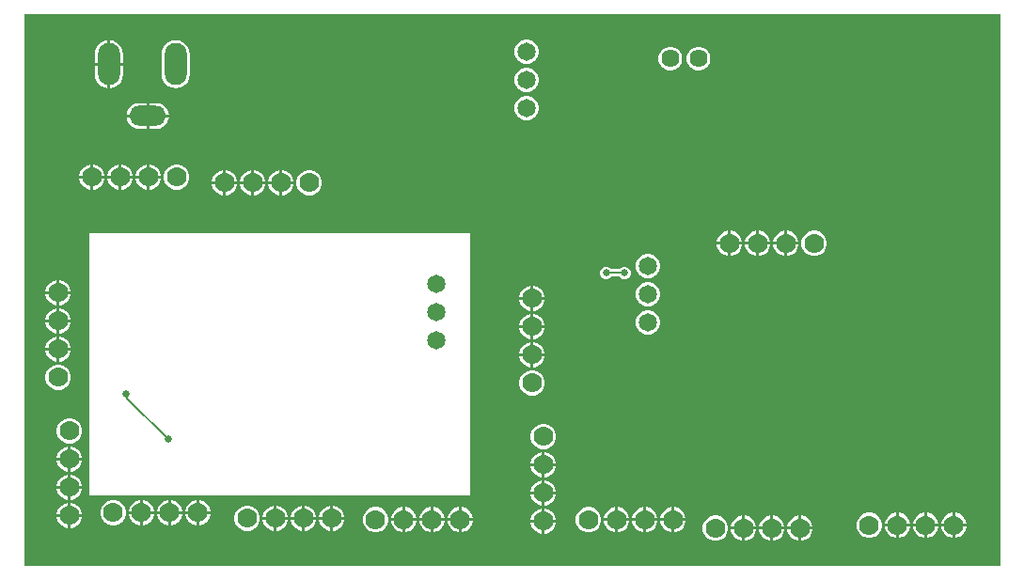
<source format=gbl>
G04*
G04 #@! TF.GenerationSoftware,Altium Limited,Altium Designer,23.8.1 (32)*
G04*
G04 Layer_Physical_Order=2*
G04 Layer_Color=16711680*
%FSLAX44Y44*%
%MOMM*%
G71*
G04*
G04 #@! TF.SameCoordinates,CBBC78E8-B8C5-4662-8ADF-5789773BA4AE*
G04*
G04*
G04 #@! TF.FilePolarity,Positive*
G04*
G01*
G75*
%ADD10C,0.1524*%
%ADD38C,1.7780*%
%ADD39C,1.6500*%
%ADD40C,1.6200*%
%ADD41O,2.0000X3.8000*%
%ADD42O,3.3000X1.8000*%
%ADD43C,0.6350*%
G36*
X883820Y5179D02*
X5179D01*
Y502821D01*
X883820D01*
Y5179D01*
D02*
G37*
%LPC*%
G36*
X82550Y478681D02*
Y458470D01*
X93928D01*
Y466200D01*
X93497Y469474D01*
X92234Y472524D01*
X90224Y475144D01*
X87604Y477154D01*
X84554Y478417D01*
X82550Y478681D01*
D02*
G37*
G36*
X80010D02*
X78006Y478417D01*
X74956Y477154D01*
X72336Y475144D01*
X70326Y472524D01*
X69063Y469474D01*
X68632Y466200D01*
Y458470D01*
X80010D01*
Y478681D01*
D02*
G37*
G36*
X458620Y479420D02*
X455779D01*
X453035Y478685D01*
X450575Y477264D01*
X448566Y475255D01*
X447145Y472795D01*
X446410Y470051D01*
Y467210D01*
X447145Y464465D01*
X448566Y462005D01*
X450575Y459996D01*
X453035Y458575D01*
X455779Y457840D01*
X458620D01*
X461365Y458575D01*
X463825Y459996D01*
X465834Y462005D01*
X467255Y464465D01*
X467990Y467210D01*
Y470051D01*
X467255Y472795D01*
X465834Y475255D01*
X463825Y477264D01*
X461365Y478685D01*
X458620Y479420D01*
D02*
G37*
G36*
X613541Y472920D02*
X610739D01*
X608033Y472195D01*
X605607Y470794D01*
X603626Y468813D01*
X602225Y466387D01*
X601500Y463681D01*
Y460879D01*
X602225Y458173D01*
X603626Y455747D01*
X605607Y453766D01*
X608033Y452365D01*
X610739Y451640D01*
X613541D01*
X616247Y452365D01*
X618673Y453766D01*
X620654Y455747D01*
X622055Y458173D01*
X622780Y460879D01*
Y463681D01*
X622055Y466387D01*
X620654Y468813D01*
X618673Y470794D01*
X616247Y472195D01*
X613541Y472920D01*
D02*
G37*
G36*
X588141D02*
X585339D01*
X582633Y472195D01*
X580207Y470794D01*
X578226Y468813D01*
X576825Y466387D01*
X576100Y463681D01*
Y460879D01*
X576825Y458173D01*
X578226Y455747D01*
X580207Y453766D01*
X582633Y452365D01*
X585339Y451640D01*
X588141D01*
X590847Y452365D01*
X593273Y453766D01*
X595254Y455747D01*
X596655Y458173D01*
X597380Y460879D01*
Y463681D01*
X596655Y466387D01*
X595254Y468813D01*
X593273Y470794D01*
X590847Y472195D01*
X588141Y472920D01*
D02*
G37*
G36*
X93928Y455930D02*
X82550D01*
Y435719D01*
X84554Y435983D01*
X87604Y437246D01*
X90224Y439256D01*
X92234Y441876D01*
X93497Y444926D01*
X93928Y448200D01*
Y455930D01*
D02*
G37*
G36*
X80010D02*
X68632D01*
Y448200D01*
X69063Y444926D01*
X70326Y441876D01*
X72336Y439256D01*
X74956Y437246D01*
X78006Y435983D01*
X80010Y435719D01*
Y455930D01*
D02*
G37*
G36*
X141280Y478848D02*
X138006Y478417D01*
X134956Y477154D01*
X132336Y475144D01*
X130326Y472524D01*
X129063Y469474D01*
X128632Y466200D01*
Y448200D01*
X129063Y444926D01*
X130326Y441876D01*
X132336Y439256D01*
X134956Y437246D01*
X138006Y435983D01*
X141280Y435552D01*
X144554Y435983D01*
X147604Y437246D01*
X150224Y439256D01*
X152234Y441876D01*
X153497Y444926D01*
X153928Y448200D01*
Y466200D01*
X153497Y469474D01*
X152234Y472524D01*
X150224Y475144D01*
X147604Y477154D01*
X144554Y478417D01*
X141280Y478848D01*
D02*
G37*
G36*
X458620Y454020D02*
X455779D01*
X453035Y453285D01*
X450575Y451864D01*
X448566Y449855D01*
X447145Y447395D01*
X446410Y444650D01*
Y441810D01*
X447145Y439065D01*
X448566Y436605D01*
X450575Y434596D01*
X453035Y433175D01*
X455779Y432440D01*
X458620D01*
X461365Y433175D01*
X463825Y434596D01*
X465834Y436605D01*
X467255Y439065D01*
X467990Y441810D01*
Y444650D01*
X467255Y447395D01*
X465834Y449855D01*
X463825Y451864D01*
X461365Y453285D01*
X458620Y454020D01*
D02*
G37*
G36*
X123780Y422340D02*
X117550D01*
Y411970D01*
X135252D01*
X135023Y413713D01*
X133860Y416520D01*
X132010Y418930D01*
X129600Y420780D01*
X126793Y421943D01*
X123780Y422340D01*
D02*
G37*
G36*
X115010D02*
X108780D01*
X105767Y421943D01*
X102960Y420780D01*
X100550Y418930D01*
X98700Y416520D01*
X97537Y413713D01*
X97308Y411970D01*
X115010D01*
Y422340D01*
D02*
G37*
G36*
X458620Y428620D02*
X455779D01*
X453035Y427885D01*
X450575Y426464D01*
X448566Y424455D01*
X447145Y421995D01*
X446410Y419250D01*
Y416409D01*
X447145Y413665D01*
X448566Y411205D01*
X450575Y409196D01*
X453035Y407775D01*
X455779Y407040D01*
X458620D01*
X461365Y407775D01*
X463825Y409196D01*
X465834Y411205D01*
X467255Y413665D01*
X467990Y416409D01*
Y419250D01*
X467255Y421995D01*
X465834Y424455D01*
X463825Y426464D01*
X461365Y427885D01*
X458620Y428620D01*
D02*
G37*
G36*
X135252Y409430D02*
X117550D01*
Y399060D01*
X123780D01*
X126793Y399457D01*
X129600Y400620D01*
X132010Y402470D01*
X133860Y404880D01*
X135023Y407687D01*
X135252Y409430D01*
D02*
G37*
G36*
X115010D02*
X97308D01*
X97537Y407687D01*
X98700Y404880D01*
X100550Y402470D01*
X102960Y400620D01*
X105767Y399457D01*
X108780Y399060D01*
X115010D01*
Y409430D01*
D02*
G37*
G36*
X92945Y367030D02*
X92710D01*
Y356870D01*
X102870D01*
Y357105D01*
X102091Y360012D01*
X100586Y362618D01*
X98458Y364746D01*
X95852Y366251D01*
X92945Y367030D01*
D02*
G37*
G36*
X118345D02*
X118110D01*
Y356870D01*
X128270D01*
Y357105D01*
X127491Y360012D01*
X125986Y362618D01*
X123858Y364746D01*
X121252Y366251D01*
X118345Y367030D01*
D02*
G37*
G36*
X67545D02*
X67310D01*
Y356870D01*
X77470D01*
Y357105D01*
X76691Y360012D01*
X75186Y362618D01*
X73058Y364746D01*
X70452Y366251D01*
X67545Y367030D01*
D02*
G37*
G36*
X90170D02*
X89935D01*
X87028Y366251D01*
X84422Y364746D01*
X82294Y362618D01*
X80789Y360012D01*
X80010Y357105D01*
Y356870D01*
X90170D01*
Y367030D01*
D02*
G37*
G36*
X115570D02*
X115335D01*
X112428Y366251D01*
X109822Y364746D01*
X107694Y362618D01*
X106189Y360012D01*
X105410Y357105D01*
Y356870D01*
X115570D01*
Y367030D01*
D02*
G37*
G36*
X64770D02*
X64535D01*
X61628Y366251D01*
X59022Y364746D01*
X56894Y362618D01*
X55389Y360012D01*
X54610Y357105D01*
Y356870D01*
X64770D01*
Y367030D01*
D02*
G37*
G36*
X186925Y361950D02*
X186690D01*
Y351790D01*
X196850D01*
Y352025D01*
X196071Y354932D01*
X194566Y357538D01*
X192438Y359666D01*
X189832Y361171D01*
X186925Y361950D01*
D02*
G37*
G36*
X212325D02*
X212090D01*
Y351790D01*
X222250D01*
Y352025D01*
X221471Y354932D01*
X219966Y357538D01*
X217838Y359666D01*
X215232Y361171D01*
X212325Y361950D01*
D02*
G37*
G36*
X237725D02*
X237490D01*
Y351790D01*
X247650D01*
Y352025D01*
X246871Y354932D01*
X245366Y357538D01*
X243238Y359666D01*
X240632Y361171D01*
X237725Y361950D01*
D02*
G37*
G36*
X184150D02*
X183915D01*
X181008Y361171D01*
X178402Y359666D01*
X176274Y357538D01*
X174769Y354932D01*
X173990Y352025D01*
Y351790D01*
X184150D01*
Y361950D01*
D02*
G37*
G36*
X209550D02*
X209315D01*
X206408Y361171D01*
X203802Y359666D01*
X201674Y357538D01*
X200169Y354932D01*
X199390Y352025D01*
Y351790D01*
X209550D01*
Y361950D01*
D02*
G37*
G36*
X234950D02*
X234715D01*
X231808Y361171D01*
X229202Y359666D01*
X227074Y357538D01*
X225569Y354932D01*
X224790Y352025D01*
Y351790D01*
X234950D01*
Y361950D01*
D02*
G37*
G36*
X143745Y367030D02*
X140735D01*
X137828Y366251D01*
X135222Y364746D01*
X133094Y362618D01*
X131589Y360012D01*
X130810Y357105D01*
Y354095D01*
X131589Y351188D01*
X133094Y348582D01*
X135222Y346454D01*
X137828Y344949D01*
X140735Y344170D01*
X143745D01*
X146652Y344949D01*
X149258Y346454D01*
X151386Y348582D01*
X152891Y351188D01*
X153670Y354095D01*
Y357105D01*
X152891Y360012D01*
X151386Y362618D01*
X149258Y364746D01*
X146652Y366251D01*
X143745Y367030D01*
D02*
G37*
G36*
X128270Y354330D02*
X118110D01*
Y344170D01*
X118345D01*
X121252Y344949D01*
X123858Y346454D01*
X125986Y348582D01*
X127491Y351188D01*
X128270Y354095D01*
Y354330D01*
D02*
G37*
G36*
X115570D02*
X105410D01*
Y354095D01*
X106189Y351188D01*
X107694Y348582D01*
X109822Y346454D01*
X112428Y344949D01*
X115335Y344170D01*
X115570D01*
Y354330D01*
D02*
G37*
G36*
X102870D02*
X92710D01*
Y344170D01*
X92945D01*
X95852Y344949D01*
X98458Y346454D01*
X100586Y348582D01*
X102091Y351188D01*
X102870Y354095D01*
Y354330D01*
D02*
G37*
G36*
X90170D02*
X80010D01*
Y354095D01*
X80789Y351188D01*
X82294Y348582D01*
X84422Y346454D01*
X87028Y344949D01*
X89935Y344170D01*
X90170D01*
Y354330D01*
D02*
G37*
G36*
X77470D02*
X67310D01*
Y344170D01*
X67545D01*
X70452Y344949D01*
X73058Y346454D01*
X75186Y348582D01*
X76691Y351188D01*
X77470Y354095D01*
Y354330D01*
D02*
G37*
G36*
X64770D02*
X54610D01*
Y354095D01*
X55389Y351188D01*
X56894Y348582D01*
X59022Y346454D01*
X61628Y344949D01*
X64535Y344170D01*
X64770D01*
Y354330D01*
D02*
G37*
G36*
X263125Y361950D02*
X260115D01*
X257208Y361171D01*
X254602Y359666D01*
X252474Y357538D01*
X250969Y354932D01*
X250190Y352025D01*
Y349015D01*
X250969Y346108D01*
X252474Y343502D01*
X254602Y341374D01*
X257208Y339869D01*
X260115Y339090D01*
X263125D01*
X266032Y339869D01*
X268638Y341374D01*
X270766Y343502D01*
X272271Y346108D01*
X273050Y349015D01*
Y352025D01*
X272271Y354932D01*
X270766Y357538D01*
X268638Y359666D01*
X266032Y361171D01*
X263125Y361950D01*
D02*
G37*
G36*
X247650Y349250D02*
X237490D01*
Y339090D01*
X237725D01*
X240632Y339869D01*
X243238Y341374D01*
X245366Y343502D01*
X246871Y346108D01*
X247650Y349015D01*
Y349250D01*
D02*
G37*
G36*
X234950D02*
X224790D01*
Y349015D01*
X225569Y346108D01*
X227074Y343502D01*
X229202Y341374D01*
X231808Y339869D01*
X234715Y339090D01*
X234950D01*
Y349250D01*
D02*
G37*
G36*
X222250D02*
X212090D01*
Y339090D01*
X212325D01*
X215232Y339869D01*
X217838Y341374D01*
X219966Y343502D01*
X221471Y346108D01*
X222250Y349015D01*
Y349250D01*
D02*
G37*
G36*
X209550D02*
X199390D01*
Y349015D01*
X200169Y346108D01*
X201674Y343502D01*
X203802Y341374D01*
X206408Y339869D01*
X209315Y339090D01*
X209550D01*
Y349250D01*
D02*
G37*
G36*
X196850D02*
X186690D01*
Y339090D01*
X186925D01*
X189832Y339869D01*
X192438Y341374D01*
X194566Y343502D01*
X196071Y346108D01*
X196850Y349015D01*
Y349250D01*
D02*
G37*
G36*
X184150D02*
X173990D01*
Y349015D01*
X174769Y346108D01*
X176274Y343502D01*
X178402Y341374D01*
X181008Y339869D01*
X183915Y339090D01*
X184150D01*
Y349250D01*
D02*
G37*
G36*
X666985Y307340D02*
X666750D01*
Y297180D01*
X676910D01*
Y297415D01*
X676131Y300322D01*
X674626Y302928D01*
X672498Y305056D01*
X669892Y306561D01*
X666985Y307340D01*
D02*
G37*
G36*
X692385D02*
X692150D01*
Y297180D01*
X702310D01*
Y297415D01*
X701531Y300322D01*
X700026Y302928D01*
X697898Y305056D01*
X695292Y306561D01*
X692385Y307340D01*
D02*
G37*
G36*
X641585D02*
X641350D01*
Y297180D01*
X651510D01*
Y297415D01*
X650731Y300322D01*
X649226Y302928D01*
X647098Y305056D01*
X644492Y306561D01*
X641585Y307340D01*
D02*
G37*
G36*
X664210D02*
X663975D01*
X661068Y306561D01*
X658462Y305056D01*
X656334Y302928D01*
X654829Y300322D01*
X654050Y297415D01*
Y297180D01*
X664210D01*
Y307340D01*
D02*
G37*
G36*
X689610D02*
X689375D01*
X686468Y306561D01*
X683862Y305056D01*
X681734Y302928D01*
X680229Y300322D01*
X679450Y297415D01*
Y297180D01*
X689610D01*
Y307340D01*
D02*
G37*
G36*
X638810D02*
X638575D01*
X635668Y306561D01*
X633062Y305056D01*
X630934Y302928D01*
X629429Y300322D01*
X628650Y297415D01*
Y297180D01*
X638810D01*
Y307340D01*
D02*
G37*
G36*
X717785D02*
X714775D01*
X711868Y306561D01*
X709262Y305056D01*
X707134Y302928D01*
X705629Y300322D01*
X704850Y297415D01*
Y294405D01*
X705629Y291498D01*
X707134Y288892D01*
X709262Y286764D01*
X711868Y285259D01*
X714775Y284480D01*
X717785D01*
X720692Y285259D01*
X723298Y286764D01*
X725426Y288892D01*
X726931Y291498D01*
X727710Y294405D01*
Y297415D01*
X726931Y300322D01*
X725426Y302928D01*
X723298Y305056D01*
X720692Y306561D01*
X717785Y307340D01*
D02*
G37*
G36*
X702310Y294640D02*
X692150D01*
Y284480D01*
X692385D01*
X695292Y285259D01*
X697898Y286764D01*
X700026Y288892D01*
X701531Y291498D01*
X702310Y294405D01*
Y294640D01*
D02*
G37*
G36*
X689610D02*
X679450D01*
Y294405D01*
X680229Y291498D01*
X681734Y288892D01*
X683862Y286764D01*
X686468Y285259D01*
X689375Y284480D01*
X689610D01*
Y294640D01*
D02*
G37*
G36*
X676910D02*
X666750D01*
Y284480D01*
X666985D01*
X669892Y285259D01*
X672498Y286764D01*
X674626Y288892D01*
X676131Y291498D01*
X676910Y294405D01*
Y294640D01*
D02*
G37*
G36*
X664210D02*
X654050D01*
Y294405D01*
X654829Y291498D01*
X656334Y288892D01*
X658462Y286764D01*
X661068Y285259D01*
X663975Y284480D01*
X664210D01*
Y294640D01*
D02*
G37*
G36*
X651510D02*
X641350D01*
Y284480D01*
X641585D01*
X644492Y285259D01*
X647098Y286764D01*
X649226Y288892D01*
X650731Y291498D01*
X651510Y294405D01*
Y294640D01*
D02*
G37*
G36*
X638810D02*
X628650D01*
Y294405D01*
X629429Y291498D01*
X630934Y288892D01*
X633062Y286764D01*
X635668Y285259D01*
X638575Y284480D01*
X638810D01*
Y294640D01*
D02*
G37*
G36*
X546602Y274955D02*
X544328D01*
X542228Y274085D01*
X540750Y272607D01*
X533671D01*
X532192Y274085D01*
X530092Y274955D01*
X527818D01*
X525718Y274085D01*
X524110Y272477D01*
X523240Y270377D01*
Y268103D01*
X524110Y266003D01*
X525718Y264395D01*
X527818Y263525D01*
X530092D01*
X532192Y264395D01*
X533671Y265873D01*
X540750D01*
X542228Y264395D01*
X544328Y263525D01*
X546602D01*
X548702Y264395D01*
X550310Y266003D01*
X551180Y268103D01*
Y270377D01*
X550310Y272477D01*
X548702Y274085D01*
X546602Y274955D01*
D02*
G37*
G36*
X567840Y286380D02*
X565000D01*
X562255Y285645D01*
X559795Y284224D01*
X557786Y282215D01*
X556365Y279755D01*
X555630Y277010D01*
Y274170D01*
X556365Y271425D01*
X557786Y268965D01*
X559795Y266956D01*
X562255Y265535D01*
X565000Y264800D01*
X567840D01*
X570585Y265535D01*
X573045Y266956D01*
X575054Y268965D01*
X576475Y271425D01*
X577210Y274170D01*
Y277010D01*
X576475Y279755D01*
X575054Y282215D01*
X573045Y284224D01*
X570585Y285645D01*
X567840Y286380D01*
D02*
G37*
G36*
X37065Y262890D02*
X36830D01*
Y252730D01*
X46990D01*
Y252965D01*
X46211Y255872D01*
X44706Y258478D01*
X42578Y260606D01*
X39972Y262111D01*
X37065Y262890D01*
D02*
G37*
G36*
X34290D02*
X34055D01*
X31148Y262111D01*
X28542Y260606D01*
X26414Y258478D01*
X24909Y255872D01*
X24130Y252965D01*
Y252730D01*
X34290D01*
Y262890D01*
D02*
G37*
G36*
X463785Y257810D02*
X463550D01*
Y247650D01*
X473710D01*
Y247885D01*
X472931Y250792D01*
X471426Y253398D01*
X469298Y255526D01*
X466692Y257031D01*
X463785Y257810D01*
D02*
G37*
G36*
X461010D02*
X460775D01*
X457868Y257031D01*
X455262Y255526D01*
X453134Y253398D01*
X451629Y250792D01*
X450850Y247885D01*
Y247650D01*
X461010D01*
Y257810D01*
D02*
G37*
G36*
X46990Y250190D02*
X36830D01*
Y240030D01*
X37065D01*
X39972Y240809D01*
X42578Y242314D01*
X44706Y244442D01*
X46211Y247048D01*
X46990Y249955D01*
Y250190D01*
D02*
G37*
G36*
X34290D02*
X24130D01*
Y249955D01*
X24909Y247048D01*
X26414Y244442D01*
X28542Y242314D01*
X31148Y240809D01*
X34055Y240030D01*
X34290D01*
Y250190D01*
D02*
G37*
G36*
X567840Y260980D02*
X565000D01*
X562255Y260245D01*
X559795Y258824D01*
X557786Y256815D01*
X556365Y254355D01*
X555630Y251611D01*
Y248769D01*
X556365Y246025D01*
X557786Y243565D01*
X559795Y241556D01*
X562255Y240135D01*
X565000Y239400D01*
X567840D01*
X570585Y240135D01*
X573045Y241556D01*
X575054Y243565D01*
X576475Y246025D01*
X577210Y248769D01*
Y251611D01*
X576475Y254355D01*
X575054Y256815D01*
X573045Y258824D01*
X570585Y260245D01*
X567840Y260980D01*
D02*
G37*
G36*
X473710Y245110D02*
X463550D01*
Y234950D01*
X463785D01*
X466692Y235729D01*
X469298Y237234D01*
X471426Y239362D01*
X472931Y241968D01*
X473710Y244875D01*
Y245110D01*
D02*
G37*
G36*
X461010D02*
X450850D01*
Y244875D01*
X451629Y241968D01*
X453134Y239362D01*
X455262Y237234D01*
X457868Y235729D01*
X460775Y234950D01*
X461010D01*
Y245110D01*
D02*
G37*
G36*
X37065Y237490D02*
X36830D01*
Y227330D01*
X46990D01*
Y227565D01*
X46211Y230472D01*
X44706Y233078D01*
X42578Y235206D01*
X39972Y236711D01*
X37065Y237490D01*
D02*
G37*
G36*
X34290D02*
X34055D01*
X31148Y236711D01*
X28542Y235206D01*
X26414Y233078D01*
X24909Y230472D01*
X24130Y227565D01*
Y227330D01*
X34290D01*
Y237490D01*
D02*
G37*
G36*
X463785Y232410D02*
X463550D01*
Y222250D01*
X473710D01*
Y222485D01*
X472931Y225392D01*
X471426Y227998D01*
X469298Y230126D01*
X466692Y231631D01*
X463785Y232410D01*
D02*
G37*
G36*
X461010D02*
X460775D01*
X457868Y231631D01*
X455262Y230126D01*
X453134Y227998D01*
X451629Y225392D01*
X450850Y222485D01*
Y222250D01*
X461010D01*
Y232410D01*
D02*
G37*
G36*
X46990Y224790D02*
X36830D01*
Y214630D01*
X37065D01*
X39972Y215409D01*
X42578Y216914D01*
X44706Y219042D01*
X46211Y221648D01*
X46990Y224555D01*
Y224790D01*
D02*
G37*
G36*
X34290D02*
X24130D01*
Y224555D01*
X24909Y221648D01*
X26414Y219042D01*
X28542Y216914D01*
X31148Y215409D01*
X34055Y214630D01*
X34290D01*
Y224790D01*
D02*
G37*
G36*
X567840Y235580D02*
X565000D01*
X562255Y234845D01*
X559795Y233424D01*
X557786Y231415D01*
X556365Y228955D01*
X555630Y226210D01*
Y223370D01*
X556365Y220625D01*
X557786Y218165D01*
X559795Y216156D01*
X562255Y214735D01*
X565000Y214000D01*
X567840D01*
X570585Y214735D01*
X573045Y216156D01*
X575054Y218165D01*
X576475Y220625D01*
X577210Y223370D01*
Y226210D01*
X576475Y228955D01*
X575054Y231415D01*
X573045Y233424D01*
X570585Y234845D01*
X567840Y235580D01*
D02*
G37*
G36*
X473710Y219710D02*
X463550D01*
Y209550D01*
X463785D01*
X466692Y210329D01*
X469298Y211834D01*
X471426Y213962D01*
X472931Y216568D01*
X473710Y219475D01*
Y219710D01*
D02*
G37*
G36*
X461010D02*
X450850D01*
Y219475D01*
X451629Y216568D01*
X453134Y213962D01*
X455262Y211834D01*
X457868Y210329D01*
X460775Y209550D01*
X461010D01*
Y219710D01*
D02*
G37*
G36*
X37065Y212090D02*
X36830D01*
Y201930D01*
X46990D01*
Y202165D01*
X46211Y205072D01*
X44706Y207678D01*
X42578Y209806D01*
X39972Y211311D01*
X37065Y212090D01*
D02*
G37*
G36*
X34290D02*
X34055D01*
X31148Y211311D01*
X28542Y209806D01*
X26414Y207678D01*
X24909Y205072D01*
X24130Y202165D01*
Y201930D01*
X34290D01*
Y212090D01*
D02*
G37*
G36*
X463785Y207010D02*
X463550D01*
Y196850D01*
X473710D01*
Y197085D01*
X472931Y199992D01*
X471426Y202598D01*
X469298Y204726D01*
X466692Y206231D01*
X463785Y207010D01*
D02*
G37*
G36*
X461010D02*
X460775D01*
X457868Y206231D01*
X455262Y204726D01*
X453134Y202598D01*
X451629Y199992D01*
X450850Y197085D01*
Y196850D01*
X461010D01*
Y207010D01*
D02*
G37*
G36*
X46990Y199390D02*
X36830D01*
Y189230D01*
X37065D01*
X39972Y190009D01*
X42578Y191514D01*
X44706Y193642D01*
X46211Y196248D01*
X46990Y199155D01*
Y199390D01*
D02*
G37*
G36*
X34290D02*
X24130D01*
Y199155D01*
X24909Y196248D01*
X26414Y193642D01*
X28542Y191514D01*
X31148Y190009D01*
X34055Y189230D01*
X34290D01*
Y199390D01*
D02*
G37*
G36*
X473710Y194310D02*
X463550D01*
Y184150D01*
X463785D01*
X466692Y184929D01*
X469298Y186434D01*
X471426Y188562D01*
X472931Y191168D01*
X473710Y194075D01*
Y194310D01*
D02*
G37*
G36*
X461010D02*
X450850D01*
Y194075D01*
X451629Y191168D01*
X453134Y188562D01*
X455262Y186434D01*
X457868Y184929D01*
X460775Y184150D01*
X461010D01*
Y194310D01*
D02*
G37*
G36*
X37065Y186690D02*
X34055D01*
X31148Y185911D01*
X28542Y184406D01*
X26414Y182278D01*
X24909Y179672D01*
X24130Y176765D01*
Y173755D01*
X24909Y170848D01*
X26414Y168242D01*
X28542Y166114D01*
X31148Y164609D01*
X34055Y163830D01*
X37065D01*
X39972Y164609D01*
X42578Y166114D01*
X44706Y168242D01*
X46211Y170848D01*
X46990Y173755D01*
Y176765D01*
X46211Y179672D01*
X44706Y182278D01*
X42578Y184406D01*
X39972Y185911D01*
X37065Y186690D01*
D02*
G37*
G36*
X463785Y181610D02*
X460775D01*
X457868Y180831D01*
X455262Y179326D01*
X453134Y177198D01*
X451629Y174592D01*
X450850Y171685D01*
Y168675D01*
X451629Y165768D01*
X453134Y163162D01*
X455262Y161034D01*
X457868Y159529D01*
X460775Y158750D01*
X463785D01*
X466692Y159529D01*
X469298Y161034D01*
X471426Y163162D01*
X472931Y165768D01*
X473710Y168675D01*
Y171685D01*
X472931Y174592D01*
X471426Y177198D01*
X469298Y179326D01*
X466692Y180831D01*
X463785Y181610D01*
D02*
G37*
G36*
X47225Y138430D02*
X44215D01*
X41308Y137651D01*
X38702Y136146D01*
X36574Y134018D01*
X35069Y131412D01*
X34290Y128505D01*
Y125495D01*
X35069Y122588D01*
X36574Y119982D01*
X38702Y117854D01*
X41308Y116349D01*
X44215Y115570D01*
X47225D01*
X50132Y116349D01*
X52738Y117854D01*
X54866Y119982D01*
X56371Y122588D01*
X57150Y125495D01*
Y128505D01*
X56371Y131412D01*
X54866Y134018D01*
X52738Y136146D01*
X50132Y137651D01*
X47225Y138430D01*
D02*
G37*
G36*
X473945Y133350D02*
X470935D01*
X468028Y132571D01*
X465422Y131066D01*
X463294Y128938D01*
X461789Y126332D01*
X461010Y123425D01*
Y120415D01*
X461789Y117508D01*
X463294Y114902D01*
X465422Y112774D01*
X468028Y111269D01*
X470935Y110490D01*
X473945D01*
X476852Y111269D01*
X479458Y112774D01*
X481586Y114902D01*
X483091Y117508D01*
X483870Y120415D01*
Y123425D01*
X483091Y126332D01*
X481586Y128938D01*
X479458Y131066D01*
X476852Y132571D01*
X473945Y133350D01*
D02*
G37*
G36*
X47225Y113030D02*
X46990D01*
Y102870D01*
X57150D01*
Y103105D01*
X56371Y106012D01*
X54866Y108618D01*
X52738Y110746D01*
X50132Y112251D01*
X47225Y113030D01*
D02*
G37*
G36*
X44450D02*
X44215D01*
X41308Y112251D01*
X38702Y110746D01*
X36574Y108618D01*
X35069Y106012D01*
X34290Y103105D01*
Y102870D01*
X44450D01*
Y113030D01*
D02*
G37*
G36*
X473945Y107950D02*
X473710D01*
Y97790D01*
X483870D01*
Y98025D01*
X483091Y100932D01*
X481586Y103538D01*
X479458Y105666D01*
X476852Y107171D01*
X473945Y107950D01*
D02*
G37*
G36*
X471170D02*
X470935D01*
X468028Y107171D01*
X465422Y105666D01*
X463294Y103538D01*
X461789Y100932D01*
X461010Y98025D01*
Y97790D01*
X471170D01*
Y107950D01*
D02*
G37*
G36*
X57150Y100330D02*
X46990D01*
Y90170D01*
X47225D01*
X50132Y90949D01*
X52738Y92454D01*
X54866Y94582D01*
X56371Y97188D01*
X57150Y100095D01*
Y100330D01*
D02*
G37*
G36*
X44450D02*
X34290D01*
Y100095D01*
X35069Y97188D01*
X36574Y94582D01*
X38702Y92454D01*
X41308Y90949D01*
X44215Y90170D01*
X44450D01*
Y100330D01*
D02*
G37*
G36*
X483870Y95250D02*
X473710D01*
Y85090D01*
X473945D01*
X476852Y85869D01*
X479458Y87374D01*
X481586Y89502D01*
X483091Y92108D01*
X483870Y95015D01*
Y95250D01*
D02*
G37*
G36*
X471170D02*
X461010D01*
Y95015D01*
X461789Y92108D01*
X463294Y89502D01*
X465422Y87374D01*
X468028Y85869D01*
X470935Y85090D01*
X471170D01*
Y95250D01*
D02*
G37*
G36*
X47225Y87630D02*
X46990D01*
Y77470D01*
X57150D01*
Y77705D01*
X56371Y80612D01*
X54866Y83218D01*
X52738Y85346D01*
X50132Y86851D01*
X47225Y87630D01*
D02*
G37*
G36*
X44450D02*
X44215D01*
X41308Y86851D01*
X38702Y85346D01*
X36574Y83218D01*
X35069Y80612D01*
X34290Y77705D01*
Y77470D01*
X44450D01*
Y87630D01*
D02*
G37*
G36*
X473945Y82550D02*
X473710D01*
Y72390D01*
X483870D01*
Y72625D01*
X483091Y75532D01*
X481586Y78138D01*
X479458Y80266D01*
X476852Y81771D01*
X473945Y82550D01*
D02*
G37*
G36*
X471170D02*
X470935D01*
X468028Y81771D01*
X465422Y80266D01*
X463294Y78138D01*
X461789Y75532D01*
X461010Y72625D01*
Y72390D01*
X471170D01*
Y82550D01*
D02*
G37*
G36*
X406400Y304800D02*
X63500D01*
Y68580D01*
X406400D01*
Y304800D01*
D02*
G37*
G36*
X57150Y74930D02*
X46990D01*
Y64770D01*
X47225D01*
X50132Y65549D01*
X52738Y67054D01*
X54866Y69182D01*
X56371Y71788D01*
X57150Y74695D01*
Y74930D01*
D02*
G37*
G36*
X44450D02*
X34290D01*
Y74695D01*
X35069Y71788D01*
X36574Y69182D01*
X38702Y67054D01*
X41308Y65549D01*
X44215Y64770D01*
X44450D01*
Y74930D01*
D02*
G37*
G36*
X483870Y69850D02*
X473710D01*
Y59690D01*
X473945D01*
X476852Y60469D01*
X479458Y61974D01*
X481586Y64102D01*
X483091Y66708D01*
X483870Y69615D01*
Y69850D01*
D02*
G37*
G36*
X471170D02*
X461010D01*
Y69615D01*
X461789Y66708D01*
X463294Y64102D01*
X465422Y61974D01*
X468028Y60469D01*
X470935Y59690D01*
X471170D01*
Y69850D01*
D02*
G37*
G36*
X162795Y64770D02*
X162560D01*
Y54610D01*
X172720D01*
Y54845D01*
X171941Y57752D01*
X170436Y60358D01*
X168308Y62486D01*
X165702Y63991D01*
X162795Y64770D01*
D02*
G37*
G36*
X160020D02*
X159785D01*
X156878Y63991D01*
X154272Y62486D01*
X152144Y60358D01*
X150639Y57752D01*
X149860Y54845D01*
Y54610D01*
X160020D01*
Y64770D01*
D02*
G37*
G36*
X137395D02*
X137160D01*
Y54610D01*
X147320D01*
Y54845D01*
X146541Y57752D01*
X145036Y60358D01*
X142908Y62486D01*
X140302Y63991D01*
X137395Y64770D01*
D02*
G37*
G36*
X134620D02*
X134385D01*
X131478Y63991D01*
X128872Y62486D01*
X126744Y60358D01*
X125239Y57752D01*
X124460Y54845D01*
Y54610D01*
X134620D01*
Y64770D01*
D02*
G37*
G36*
X111995D02*
X111760D01*
Y54610D01*
X121920D01*
Y54845D01*
X121141Y57752D01*
X119636Y60358D01*
X117508Y62486D01*
X114902Y63991D01*
X111995Y64770D01*
D02*
G37*
G36*
X109220D02*
X108985D01*
X106078Y63991D01*
X103472Y62486D01*
X101344Y60358D01*
X99839Y57752D01*
X99060Y54845D01*
Y54610D01*
X109220D01*
Y64770D01*
D02*
G37*
G36*
X47225Y62230D02*
X46990D01*
Y52070D01*
X57150D01*
Y52305D01*
X56371Y55212D01*
X54866Y57818D01*
X52738Y59946D01*
X50132Y61451D01*
X47225Y62230D01*
D02*
G37*
G36*
X44450D02*
X44215D01*
X41308Y61451D01*
X38702Y59946D01*
X36574Y57818D01*
X35069Y55212D01*
X34290Y52305D01*
Y52070D01*
X44450D01*
Y62230D01*
D02*
G37*
G36*
X283445Y59690D02*
X283210D01*
Y49530D01*
X293370D01*
Y49765D01*
X292591Y52672D01*
X291086Y55278D01*
X288958Y57406D01*
X286352Y58911D01*
X283445Y59690D01*
D02*
G37*
G36*
X280670D02*
X280435D01*
X277528Y58911D01*
X274922Y57406D01*
X272794Y55278D01*
X271289Y52672D01*
X270510Y49765D01*
Y49530D01*
X280670D01*
Y59690D01*
D02*
G37*
G36*
X258045D02*
X257810D01*
Y49530D01*
X267970D01*
Y49765D01*
X267191Y52672D01*
X265686Y55278D01*
X263558Y57406D01*
X260952Y58911D01*
X258045Y59690D01*
D02*
G37*
G36*
X255270D02*
X255035D01*
X252128Y58911D01*
X249522Y57406D01*
X247394Y55278D01*
X245889Y52672D01*
X245110Y49765D01*
Y49530D01*
X255270D01*
Y59690D01*
D02*
G37*
G36*
X232645D02*
X232410D01*
Y49530D01*
X242570D01*
Y49765D01*
X241791Y52672D01*
X240286Y55278D01*
X238158Y57406D01*
X235552Y58911D01*
X232645Y59690D01*
D02*
G37*
G36*
X229870D02*
X229635D01*
X226728Y58911D01*
X224122Y57406D01*
X221994Y55278D01*
X220489Y52672D01*
X219710Y49765D01*
Y49530D01*
X229870D01*
Y59690D01*
D02*
G37*
G36*
X590785Y58420D02*
X590550D01*
Y48260D01*
X600710D01*
Y48495D01*
X599931Y51402D01*
X598426Y54008D01*
X596298Y56136D01*
X593692Y57641D01*
X590785Y58420D01*
D02*
G37*
G36*
X588010D02*
X587775D01*
X584868Y57641D01*
X582262Y56136D01*
X580134Y54008D01*
X578629Y51402D01*
X577850Y48495D01*
Y48260D01*
X588010D01*
Y58420D01*
D02*
G37*
G36*
X565385D02*
X565150D01*
Y48260D01*
X575310D01*
Y48495D01*
X574531Y51402D01*
X573026Y54008D01*
X570898Y56136D01*
X568292Y57641D01*
X565385Y58420D01*
D02*
G37*
G36*
X562610D02*
X562375D01*
X559468Y57641D01*
X556862Y56136D01*
X554734Y54008D01*
X553229Y51402D01*
X552450Y48495D01*
Y48260D01*
X562610D01*
Y58420D01*
D02*
G37*
G36*
X539985D02*
X539750D01*
Y48260D01*
X549910D01*
Y48495D01*
X549131Y51402D01*
X547626Y54008D01*
X545498Y56136D01*
X542892Y57641D01*
X539985Y58420D01*
D02*
G37*
G36*
X537210D02*
X536975D01*
X534068Y57641D01*
X531462Y56136D01*
X529334Y54008D01*
X527829Y51402D01*
X527050Y48495D01*
Y48260D01*
X537210D01*
Y58420D01*
D02*
G37*
G36*
X399015D02*
X398780D01*
Y48260D01*
X408940D01*
Y48495D01*
X408161Y51402D01*
X406656Y54008D01*
X404528Y56136D01*
X401922Y57641D01*
X399015Y58420D01*
D02*
G37*
G36*
X396240D02*
X396005D01*
X393098Y57641D01*
X390492Y56136D01*
X388364Y54008D01*
X386859Y51402D01*
X386080Y48495D01*
Y48260D01*
X396240D01*
Y58420D01*
D02*
G37*
G36*
X373615D02*
X373380D01*
Y48260D01*
X383540D01*
Y48495D01*
X382761Y51402D01*
X381256Y54008D01*
X379128Y56136D01*
X376522Y57641D01*
X373615Y58420D01*
D02*
G37*
G36*
X370840D02*
X370605D01*
X367698Y57641D01*
X365092Y56136D01*
X362964Y54008D01*
X361459Y51402D01*
X360680Y48495D01*
Y48260D01*
X370840D01*
Y58420D01*
D02*
G37*
G36*
X348215D02*
X347980D01*
Y48260D01*
X358140D01*
Y48495D01*
X357361Y51402D01*
X355856Y54008D01*
X353728Y56136D01*
X351122Y57641D01*
X348215Y58420D01*
D02*
G37*
G36*
X345440D02*
X345205D01*
X342298Y57641D01*
X339692Y56136D01*
X337564Y54008D01*
X336059Y51402D01*
X335280Y48495D01*
Y48260D01*
X345440D01*
Y58420D01*
D02*
G37*
G36*
X473945Y57150D02*
X473710D01*
Y46990D01*
X483870D01*
Y47225D01*
X483091Y50132D01*
X481586Y52738D01*
X479458Y54866D01*
X476852Y56371D01*
X473945Y57150D01*
D02*
G37*
G36*
X471170D02*
X470935D01*
X468028Y56371D01*
X465422Y54866D01*
X463294Y52738D01*
X461789Y50132D01*
X461010Y47225D01*
Y46990D01*
X471170D01*
Y57150D01*
D02*
G37*
G36*
X843515Y53340D02*
X843280D01*
Y43180D01*
X853440D01*
Y43415D01*
X852661Y46322D01*
X851156Y48928D01*
X849028Y51056D01*
X846422Y52561D01*
X843515Y53340D01*
D02*
G37*
G36*
X840740D02*
X840505D01*
X837598Y52561D01*
X834992Y51056D01*
X832864Y48928D01*
X831359Y46322D01*
X830580Y43415D01*
Y43180D01*
X840740D01*
Y53340D01*
D02*
G37*
G36*
X818115D02*
X817880D01*
Y43180D01*
X828040D01*
Y43415D01*
X827261Y46322D01*
X825756Y48928D01*
X823628Y51056D01*
X821022Y52561D01*
X818115Y53340D01*
D02*
G37*
G36*
X815340D02*
X815105D01*
X812198Y52561D01*
X809592Y51056D01*
X807464Y48928D01*
X805959Y46322D01*
X805180Y43415D01*
Y43180D01*
X815340D01*
Y53340D01*
D02*
G37*
G36*
X792715D02*
X792480D01*
Y43180D01*
X802640D01*
Y43415D01*
X801861Y46322D01*
X800356Y48928D01*
X798228Y51056D01*
X795622Y52561D01*
X792715Y53340D01*
D02*
G37*
G36*
X789940D02*
X789705D01*
X786798Y52561D01*
X784192Y51056D01*
X782064Y48928D01*
X780559Y46322D01*
X779780Y43415D01*
Y43180D01*
X789940D01*
Y53340D01*
D02*
G37*
G36*
X172720Y52070D02*
X162560D01*
Y41910D01*
X162795D01*
X165702Y42689D01*
X168308Y44194D01*
X170436Y46322D01*
X171941Y48928D01*
X172720Y51835D01*
Y52070D01*
D02*
G37*
G36*
X160020D02*
X149860D01*
Y51835D01*
X150639Y48928D01*
X152144Y46322D01*
X154272Y44194D01*
X156878Y42689D01*
X159785Y41910D01*
X160020D01*
Y52070D01*
D02*
G37*
G36*
X147320D02*
X137160D01*
Y41910D01*
X137395D01*
X140302Y42689D01*
X142908Y44194D01*
X145036Y46322D01*
X146541Y48928D01*
X147320Y51835D01*
Y52070D01*
D02*
G37*
G36*
X134620D02*
X124460D01*
Y51835D01*
X125239Y48928D01*
X126744Y46322D01*
X128872Y44194D01*
X131478Y42689D01*
X134385Y41910D01*
X134620D01*
Y52070D01*
D02*
G37*
G36*
X121920D02*
X111760D01*
Y41910D01*
X111995D01*
X114902Y42689D01*
X117508Y44194D01*
X119636Y46322D01*
X121141Y48928D01*
X121920Y51835D01*
Y52070D01*
D02*
G37*
G36*
X109220D02*
X99060D01*
Y51835D01*
X99839Y48928D01*
X101344Y46322D01*
X103472Y44194D01*
X106078Y42689D01*
X108985Y41910D01*
X109220D01*
Y52070D01*
D02*
G37*
G36*
X86595Y64770D02*
X83585D01*
X80678Y63991D01*
X78072Y62486D01*
X75944Y60358D01*
X74439Y57752D01*
X73660Y54845D01*
Y51835D01*
X74439Y48928D01*
X75944Y46322D01*
X78072Y44194D01*
X80678Y42689D01*
X83585Y41910D01*
X86595D01*
X89502Y42689D01*
X92108Y44194D01*
X94236Y46322D01*
X95741Y48928D01*
X96520Y51835D01*
Y54845D01*
X95741Y57752D01*
X94236Y60358D01*
X92108Y62486D01*
X89502Y63991D01*
X86595Y64770D01*
D02*
G37*
G36*
X705085Y50800D02*
X704850D01*
Y40640D01*
X715010D01*
Y40875D01*
X714231Y43782D01*
X712726Y46388D01*
X710598Y48516D01*
X707992Y50021D01*
X705085Y50800D01*
D02*
G37*
G36*
X702310D02*
X702075D01*
X699168Y50021D01*
X696562Y48516D01*
X694434Y46388D01*
X692929Y43782D01*
X692150Y40875D01*
Y40640D01*
X702310D01*
Y50800D01*
D02*
G37*
G36*
X679685D02*
X679450D01*
Y40640D01*
X689610D01*
Y40875D01*
X688831Y43782D01*
X687326Y46388D01*
X685198Y48516D01*
X682592Y50021D01*
X679685Y50800D01*
D02*
G37*
G36*
X676910D02*
X676675D01*
X673768Y50021D01*
X671162Y48516D01*
X669034Y46388D01*
X667529Y43782D01*
X666750Y40875D01*
Y40640D01*
X676910D01*
Y50800D01*
D02*
G37*
G36*
X654285D02*
X654050D01*
Y40640D01*
X664210D01*
Y40875D01*
X663431Y43782D01*
X661926Y46388D01*
X659798Y48516D01*
X657192Y50021D01*
X654285Y50800D01*
D02*
G37*
G36*
X651510D02*
X651275D01*
X648368Y50021D01*
X645762Y48516D01*
X643634Y46388D01*
X642129Y43782D01*
X641350Y40875D01*
Y40640D01*
X651510D01*
Y50800D01*
D02*
G37*
G36*
X57150Y49530D02*
X46990D01*
Y39370D01*
X47225D01*
X50132Y40149D01*
X52738Y41654D01*
X54866Y43782D01*
X56371Y46388D01*
X57150Y49295D01*
Y49530D01*
D02*
G37*
G36*
X44450D02*
X34290D01*
Y49295D01*
X35069Y46388D01*
X36574Y43782D01*
X38702Y41654D01*
X41308Y40149D01*
X44215Y39370D01*
X44450D01*
Y49530D01*
D02*
G37*
G36*
X293370Y46990D02*
X283210D01*
Y36830D01*
X283445D01*
X286352Y37609D01*
X288958Y39114D01*
X291086Y41242D01*
X292591Y43848D01*
X293370Y46755D01*
Y46990D01*
D02*
G37*
G36*
X280670D02*
X270510D01*
Y46755D01*
X271289Y43848D01*
X272794Y41242D01*
X274922Y39114D01*
X277528Y37609D01*
X280435Y36830D01*
X280670D01*
Y46990D01*
D02*
G37*
G36*
X267970D02*
X257810D01*
Y36830D01*
X258045D01*
X260952Y37609D01*
X263558Y39114D01*
X265686Y41242D01*
X267191Y43848D01*
X267970Y46755D01*
Y46990D01*
D02*
G37*
G36*
X255270D02*
X245110D01*
Y46755D01*
X245889Y43848D01*
X247394Y41242D01*
X249522Y39114D01*
X252128Y37609D01*
X255035Y36830D01*
X255270D01*
Y46990D01*
D02*
G37*
G36*
X242570D02*
X232410D01*
Y36830D01*
X232645D01*
X235552Y37609D01*
X238158Y39114D01*
X240286Y41242D01*
X241791Y43848D01*
X242570Y46755D01*
Y46990D01*
D02*
G37*
G36*
X229870D02*
X219710D01*
Y46755D01*
X220489Y43848D01*
X221994Y41242D01*
X224122Y39114D01*
X226728Y37609D01*
X229635Y36830D01*
X229870D01*
Y46990D01*
D02*
G37*
G36*
X207245Y59690D02*
X204235D01*
X201328Y58911D01*
X198722Y57406D01*
X196594Y55278D01*
X195089Y52672D01*
X194310Y49765D01*
Y46755D01*
X195089Y43848D01*
X196594Y41242D01*
X198722Y39114D01*
X201328Y37609D01*
X204235Y36830D01*
X207245D01*
X210152Y37609D01*
X212758Y39114D01*
X214886Y41242D01*
X216391Y43848D01*
X217170Y46755D01*
Y49765D01*
X216391Y52672D01*
X214886Y55278D01*
X212758Y57406D01*
X210152Y58911D01*
X207245Y59690D01*
D02*
G37*
G36*
X600710Y45720D02*
X590550D01*
Y35560D01*
X590785D01*
X593692Y36339D01*
X596298Y37844D01*
X598426Y39972D01*
X599931Y42578D01*
X600710Y45485D01*
Y45720D01*
D02*
G37*
G36*
X588010D02*
X577850D01*
Y45485D01*
X578629Y42578D01*
X580134Y39972D01*
X582262Y37844D01*
X584868Y36339D01*
X587775Y35560D01*
X588010D01*
Y45720D01*
D02*
G37*
G36*
X575310D02*
X565150D01*
Y35560D01*
X565385D01*
X568292Y36339D01*
X570898Y37844D01*
X573026Y39972D01*
X574531Y42578D01*
X575310Y45485D01*
Y45720D01*
D02*
G37*
G36*
X562610D02*
X552450D01*
Y45485D01*
X553229Y42578D01*
X554734Y39972D01*
X556862Y37844D01*
X559468Y36339D01*
X562375Y35560D01*
X562610D01*
Y45720D01*
D02*
G37*
G36*
X549910D02*
X539750D01*
Y35560D01*
X539985D01*
X542892Y36339D01*
X545498Y37844D01*
X547626Y39972D01*
X549131Y42578D01*
X549910Y45485D01*
Y45720D01*
D02*
G37*
G36*
X537210D02*
X527050D01*
Y45485D01*
X527829Y42578D01*
X529334Y39972D01*
X531462Y37844D01*
X534068Y36339D01*
X536975Y35560D01*
X537210D01*
Y45720D01*
D02*
G37*
G36*
X514585Y58420D02*
X511575D01*
X508668Y57641D01*
X506062Y56136D01*
X503934Y54008D01*
X502429Y51402D01*
X501650Y48495D01*
Y45485D01*
X502429Y42578D01*
X503934Y39972D01*
X506062Y37844D01*
X508668Y36339D01*
X511575Y35560D01*
X514585D01*
X517492Y36339D01*
X520098Y37844D01*
X522226Y39972D01*
X523731Y42578D01*
X524510Y45485D01*
Y48495D01*
X523731Y51402D01*
X522226Y54008D01*
X520098Y56136D01*
X517492Y57641D01*
X514585Y58420D01*
D02*
G37*
G36*
X408940Y45720D02*
X398780D01*
Y35560D01*
X399015D01*
X401922Y36339D01*
X404528Y37844D01*
X406656Y39972D01*
X408161Y42578D01*
X408940Y45485D01*
Y45720D01*
D02*
G37*
G36*
X396240D02*
X386080D01*
Y45485D01*
X386859Y42578D01*
X388364Y39972D01*
X390492Y37844D01*
X393098Y36339D01*
X396005Y35560D01*
X396240D01*
Y45720D01*
D02*
G37*
G36*
X383540D02*
X373380D01*
Y35560D01*
X373615D01*
X376522Y36339D01*
X379128Y37844D01*
X381256Y39972D01*
X382761Y42578D01*
X383540Y45485D01*
Y45720D01*
D02*
G37*
G36*
X370840D02*
X360680D01*
Y45485D01*
X361459Y42578D01*
X362964Y39972D01*
X365092Y37844D01*
X367698Y36339D01*
X370605Y35560D01*
X370840D01*
Y45720D01*
D02*
G37*
G36*
X358140D02*
X347980D01*
Y35560D01*
X348215D01*
X351122Y36339D01*
X353728Y37844D01*
X355856Y39972D01*
X357361Y42578D01*
X358140Y45485D01*
Y45720D01*
D02*
G37*
G36*
X345440D02*
X335280D01*
Y45485D01*
X336059Y42578D01*
X337564Y39972D01*
X339692Y37844D01*
X342298Y36339D01*
X345205Y35560D01*
X345440D01*
Y45720D01*
D02*
G37*
G36*
X322815Y58420D02*
X319805D01*
X316898Y57641D01*
X314292Y56136D01*
X312164Y54008D01*
X310659Y51402D01*
X309880Y48495D01*
Y45485D01*
X310659Y42578D01*
X312164Y39972D01*
X314292Y37844D01*
X316898Y36339D01*
X319805Y35560D01*
X322815D01*
X325722Y36339D01*
X328328Y37844D01*
X330456Y39972D01*
X331961Y42578D01*
X332740Y45485D01*
Y48495D01*
X331961Y51402D01*
X330456Y54008D01*
X328328Y56136D01*
X325722Y57641D01*
X322815Y58420D01*
D02*
G37*
G36*
X483870Y44450D02*
X473710D01*
Y34290D01*
X473945D01*
X476852Y35069D01*
X479458Y36574D01*
X481586Y38702D01*
X483091Y41308D01*
X483870Y44215D01*
Y44450D01*
D02*
G37*
G36*
X471170D02*
X461010D01*
Y44215D01*
X461789Y41308D01*
X463294Y38702D01*
X465422Y36574D01*
X468028Y35069D01*
X470935Y34290D01*
X471170D01*
Y44450D01*
D02*
G37*
G36*
X853440Y40640D02*
X843280D01*
Y30480D01*
X843515D01*
X846422Y31259D01*
X849028Y32764D01*
X851156Y34892D01*
X852661Y37498D01*
X853440Y40405D01*
Y40640D01*
D02*
G37*
G36*
X840740D02*
X830580D01*
Y40405D01*
X831359Y37498D01*
X832864Y34892D01*
X834992Y32764D01*
X837598Y31259D01*
X840505Y30480D01*
X840740D01*
Y40640D01*
D02*
G37*
G36*
X828040D02*
X817880D01*
Y30480D01*
X818115D01*
X821022Y31259D01*
X823628Y32764D01*
X825756Y34892D01*
X827261Y37498D01*
X828040Y40405D01*
Y40640D01*
D02*
G37*
G36*
X815340D02*
X805180D01*
Y40405D01*
X805959Y37498D01*
X807464Y34892D01*
X809592Y32764D01*
X812198Y31259D01*
X815105Y30480D01*
X815340D01*
Y40640D01*
D02*
G37*
G36*
X802640D02*
X792480D01*
Y30480D01*
X792715D01*
X795622Y31259D01*
X798228Y32764D01*
X800356Y34892D01*
X801861Y37498D01*
X802640Y40405D01*
Y40640D01*
D02*
G37*
G36*
X789940D02*
X779780D01*
Y40405D01*
X780559Y37498D01*
X782064Y34892D01*
X784192Y32764D01*
X786798Y31259D01*
X789705Y30480D01*
X789940D01*
Y40640D01*
D02*
G37*
G36*
X767315Y53340D02*
X764305D01*
X761398Y52561D01*
X758792Y51056D01*
X756664Y48928D01*
X755159Y46322D01*
X754380Y43415D01*
Y40405D01*
X755159Y37498D01*
X756664Y34892D01*
X758792Y32764D01*
X761398Y31259D01*
X764305Y30480D01*
X767315D01*
X770222Y31259D01*
X772828Y32764D01*
X774956Y34892D01*
X776461Y37498D01*
X777240Y40405D01*
Y43415D01*
X776461Y46322D01*
X774956Y48928D01*
X772828Y51056D01*
X770222Y52561D01*
X767315Y53340D01*
D02*
G37*
G36*
X715010Y38100D02*
X704850D01*
Y27940D01*
X705085D01*
X707992Y28719D01*
X710598Y30224D01*
X712726Y32352D01*
X714231Y34958D01*
X715010Y37865D01*
Y38100D01*
D02*
G37*
G36*
X702310D02*
X692150D01*
Y37865D01*
X692929Y34958D01*
X694434Y32352D01*
X696562Y30224D01*
X699168Y28719D01*
X702075Y27940D01*
X702310D01*
Y38100D01*
D02*
G37*
G36*
X689610D02*
X679450D01*
Y27940D01*
X679685D01*
X682592Y28719D01*
X685198Y30224D01*
X687326Y32352D01*
X688831Y34958D01*
X689610Y37865D01*
Y38100D01*
D02*
G37*
G36*
X676910D02*
X666750D01*
Y37865D01*
X667529Y34958D01*
X669034Y32352D01*
X671162Y30224D01*
X673768Y28719D01*
X676675Y27940D01*
X676910D01*
Y38100D01*
D02*
G37*
G36*
X664210D02*
X654050D01*
Y27940D01*
X654285D01*
X657192Y28719D01*
X659798Y30224D01*
X661926Y32352D01*
X663431Y34958D01*
X664210Y37865D01*
Y38100D01*
D02*
G37*
G36*
X651510D02*
X641350D01*
Y37865D01*
X642129Y34958D01*
X643634Y32352D01*
X645762Y30224D01*
X648368Y28719D01*
X651275Y27940D01*
X651510D01*
Y38100D01*
D02*
G37*
G36*
X628885Y50800D02*
X625875D01*
X622968Y50021D01*
X620362Y48516D01*
X618234Y46388D01*
X616729Y43782D01*
X615950Y40875D01*
Y37865D01*
X616729Y34958D01*
X618234Y32352D01*
X620362Y30224D01*
X622968Y28719D01*
X625875Y27940D01*
X628885D01*
X631792Y28719D01*
X634398Y30224D01*
X636526Y32352D01*
X638031Y34958D01*
X638810Y37865D01*
Y40875D01*
X638031Y43782D01*
X636526Y46388D01*
X634398Y48516D01*
X631792Y50021D01*
X628885Y50800D01*
D02*
G37*
%LPD*%
D10*
X97443Y156557D02*
Y159097D01*
X96520Y160020D02*
X97443Y159097D01*
Y156557D02*
X134620Y119380D01*
X528955Y269240D02*
X545465D01*
D38*
X346710Y46990D02*
D03*
X321310D02*
D03*
X397510D02*
D03*
X372110D02*
D03*
X231140Y48260D02*
D03*
X205740D02*
D03*
X281940D02*
D03*
X256540D02*
D03*
X791210Y41910D02*
D03*
X765810D02*
D03*
X842010D02*
D03*
X816610D02*
D03*
X652780Y39370D02*
D03*
X627380D02*
D03*
X703580D02*
D03*
X678180D02*
D03*
X665480Y295910D02*
D03*
X640080D02*
D03*
X716280D02*
D03*
X690880D02*
D03*
X210820Y350520D02*
D03*
X185420D02*
D03*
X261620D02*
D03*
X236220D02*
D03*
X110490Y53340D02*
D03*
X85090D02*
D03*
X161290D02*
D03*
X135890D02*
D03*
X45720Y101600D02*
D03*
Y127000D02*
D03*
Y50800D02*
D03*
Y76200D02*
D03*
X35560Y200660D02*
D03*
Y175260D02*
D03*
Y251460D02*
D03*
Y226060D02*
D03*
X462280Y195580D02*
D03*
Y170180D02*
D03*
Y246380D02*
D03*
Y220980D02*
D03*
X472440Y96520D02*
D03*
Y121920D02*
D03*
Y45720D02*
D03*
Y71120D02*
D03*
X538480Y46990D02*
D03*
X513080D02*
D03*
X589280D02*
D03*
X563880D02*
D03*
X116840Y355600D02*
D03*
X142240D02*
D03*
X66040D02*
D03*
X91440D02*
D03*
D39*
X457200Y417830D02*
D03*
Y443230D02*
D03*
Y468630D02*
D03*
X375920Y208280D02*
D03*
Y233680D02*
D03*
Y259080D02*
D03*
X566420Y224790D02*
D03*
Y250190D02*
D03*
Y275590D02*
D03*
D40*
X586740Y462280D02*
D03*
X612140D02*
D03*
D41*
X141280Y457200D02*
D03*
X81280D02*
D03*
D42*
X116280Y410700D02*
D03*
D43*
X96520Y160020D02*
D03*
X134620Y119380D02*
D03*
X515620Y341630D02*
D03*
X798830Y116840D02*
D03*
Y81280D02*
D03*
Y152400D02*
D03*
X425450Y288290D02*
D03*
X545465Y269240D02*
D03*
X786130Y298450D02*
D03*
X55880Y156210D02*
D03*
X523240Y99060D02*
D03*
X528955Y269240D02*
D03*
X614680Y231140D02*
D03*
X331470Y378460D02*
D03*
X524510Y149860D02*
D03*
X414020Y180340D02*
D03*
X661670Y358140D02*
D03*
X817880Y462280D02*
D03*
X411480Y422910D02*
D03*
X198120Y408940D02*
D03*
X289560Y379730D02*
D03*
M02*

</source>
